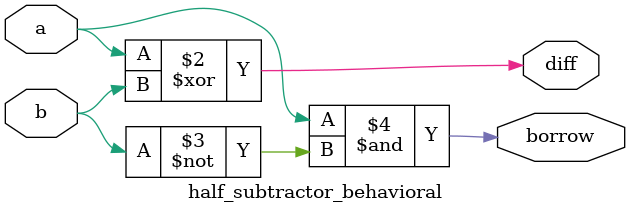
<source format=v>
`timescale 1ns/1ps
module half_subtractor_behavioral (
  input a,    // Input 'a'
  input b,    // Input 'b'
  output reg diff,   // Output 'diff' (Difference)
  output reg borrow  // Output 'borrow'
);

  // Combinational logic equations for difference and borrow
  always @(*) begin
    diff = a ^ b;  // Difference
    borrow = a & ~b;  // Borrow
  end

endmodule

</source>
